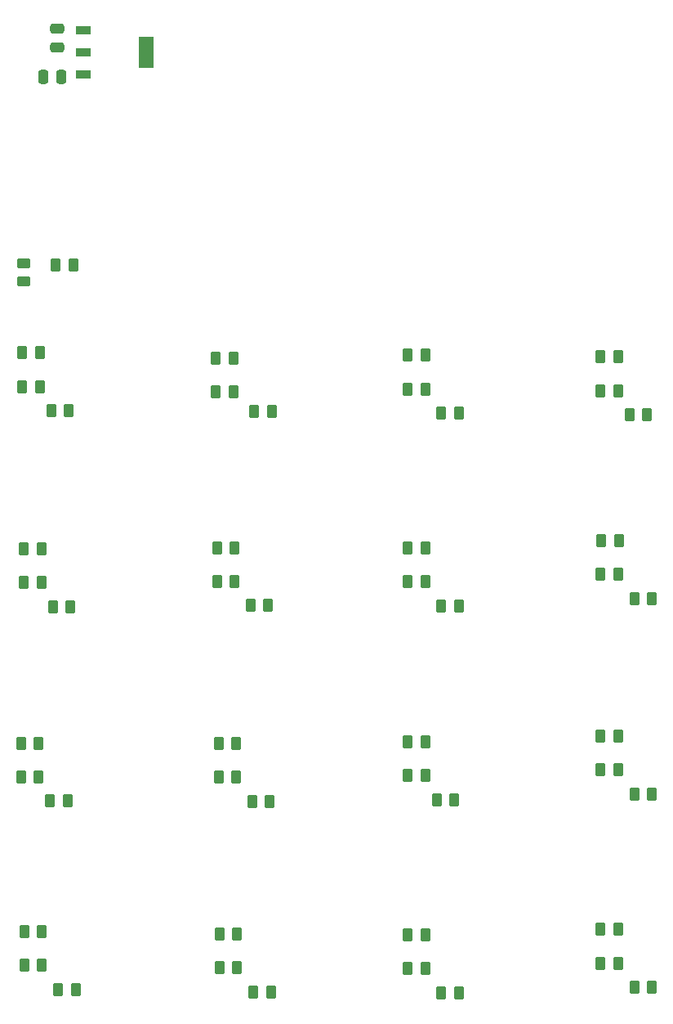
<source format=gtp>
G04 #@! TF.GenerationSoftware,KiCad,Pcbnew,8.0.0*
G04 #@! TF.CreationDate,2024-03-05T22:41:52-05:00*
G04 #@! TF.ProjectId,CANLight,43414e4c-6967-4687-942e-6b696361645f,rev?*
G04 #@! TF.SameCoordinates,Original*
G04 #@! TF.FileFunction,Paste,Top*
G04 #@! TF.FilePolarity,Positive*
%FSLAX46Y46*%
G04 Gerber Fmt 4.6, Leading zero omitted, Abs format (unit mm)*
G04 Created by KiCad (PCBNEW 8.0.0) date 2024-03-05 22:41:52*
%MOMM*%
%LPD*%
G01*
G04 APERTURE LIST*
G04 Aperture macros list*
%AMRoundRect*
0 Rectangle with rounded corners*
0 $1 Rounding radius*
0 $2 $3 $4 $5 $6 $7 $8 $9 X,Y pos of 4 corners*
0 Add a 4 corners polygon primitive as box body*
4,1,4,$2,$3,$4,$5,$6,$7,$8,$9,$2,$3,0*
0 Add four circle primitives for the rounded corners*
1,1,$1+$1,$2,$3*
1,1,$1+$1,$4,$5*
1,1,$1+$1,$6,$7*
1,1,$1+$1,$8,$9*
0 Add four rect primitives between the rounded corners*
20,1,$1+$1,$2,$3,$4,$5,0*
20,1,$1+$1,$4,$5,$6,$7,0*
20,1,$1+$1,$6,$7,$8,$9,0*
20,1,$1+$1,$8,$9,$2,$3,0*%
G04 Aperture macros list end*
%ADD10RoundRect,0.250000X0.262500X0.450000X-0.262500X0.450000X-0.262500X-0.450000X0.262500X-0.450000X0*%
%ADD11RoundRect,0.250000X0.250000X0.475000X-0.250000X0.475000X-0.250000X-0.475000X0.250000X-0.475000X0*%
%ADD12R,1.500000X0.900000*%
%ADD13R,1.500000X3.200000*%
%ADD14RoundRect,0.250000X-0.450000X0.262500X-0.450000X-0.262500X0.450000X-0.262500X0.450000X0.262500X0*%
%ADD15RoundRect,0.250000X-0.475000X0.250000X-0.475000X-0.250000X0.475000X-0.250000X0.475000X0.250000X0*%
G04 APERTURE END LIST*
D10*
X84642500Y-118000000D03*
X82817500Y-118000000D03*
X64662500Y-157750000D03*
X62837500Y-157750000D03*
X127912500Y-139980000D03*
X126087500Y-139980000D03*
X127912500Y-160020000D03*
X126087500Y-160020000D03*
D11*
X66700000Y-65750000D03*
X64800000Y-65750000D03*
D10*
X62504250Y-134730000D03*
X64329250Y-134730000D03*
X104412500Y-158083250D03*
X102587500Y-158083250D03*
X124412500Y-137480000D03*
X122587500Y-137480000D03*
X84642500Y-114500000D03*
X82817500Y-114500000D03*
D12*
X69000000Y-60950000D03*
X69000000Y-63250000D03*
X69000000Y-65550000D03*
D13*
X75500000Y-63250000D03*
D10*
X124500000Y-113750000D03*
X122675000Y-113750000D03*
X88142500Y-120500000D03*
X86317500Y-120500000D03*
X88309250Y-140750000D03*
X86484250Y-140750000D03*
X84912500Y-154500000D03*
X83087500Y-154500000D03*
X84809250Y-134750000D03*
X82984250Y-134750000D03*
X124412500Y-133980000D03*
X122587500Y-133980000D03*
X64662500Y-154250000D03*
X62837500Y-154250000D03*
X84912500Y-158000000D03*
X83087500Y-158000000D03*
X127412500Y-100750000D03*
X125587500Y-100750000D03*
X124412500Y-157520000D03*
X122587500Y-157520000D03*
X67473050Y-100336450D03*
X65648050Y-100336450D03*
D14*
X62750000Y-85087500D03*
X62750000Y-86912500D03*
D10*
X104412500Y-98083250D03*
X102587500Y-98083250D03*
X67629250Y-120606450D03*
X65804250Y-120606450D03*
X67912500Y-85250000D03*
X66087500Y-85250000D03*
X64473050Y-97836450D03*
X62648050Y-97836450D03*
X124412500Y-117250000D03*
X122587500Y-117250000D03*
X102587500Y-114520000D03*
X104412500Y-114520000D03*
X124412500Y-98250000D03*
X122587500Y-98250000D03*
X124412500Y-94750000D03*
X122587500Y-94750000D03*
X104412500Y-94583250D03*
X102587500Y-94583250D03*
X84527500Y-94885000D03*
X82702500Y-94885000D03*
X65504250Y-140730000D03*
X67329250Y-140730000D03*
X107912500Y-100583250D03*
X106087500Y-100583250D03*
X64629250Y-114606450D03*
X62804250Y-114606450D03*
X104412500Y-138083250D03*
X102587500Y-138083250D03*
X84527500Y-98385000D03*
X82702500Y-98385000D03*
X62504250Y-138230000D03*
X64329250Y-138230000D03*
X88412500Y-160500000D03*
X86587500Y-160500000D03*
D15*
X66250000Y-60800000D03*
X66250000Y-62700000D03*
D10*
X68162500Y-160250000D03*
X66337500Y-160250000D03*
X106087500Y-120520000D03*
X107912500Y-120520000D03*
X64473050Y-94336450D03*
X62648050Y-94336450D03*
X107912500Y-160583250D03*
X106087500Y-160583250D03*
X127912500Y-119750000D03*
X126087500Y-119750000D03*
X64629250Y-118106450D03*
X62804250Y-118106450D03*
X104412500Y-134583250D03*
X102587500Y-134583250D03*
X104412500Y-154583250D03*
X102587500Y-154583250D03*
X84809250Y-138250000D03*
X82984250Y-138250000D03*
X88527500Y-100385000D03*
X86702500Y-100385000D03*
X124412500Y-154020000D03*
X122587500Y-154020000D03*
X107412500Y-140583250D03*
X105587500Y-140583250D03*
X102587500Y-118020000D03*
X104412500Y-118020000D03*
M02*

</source>
